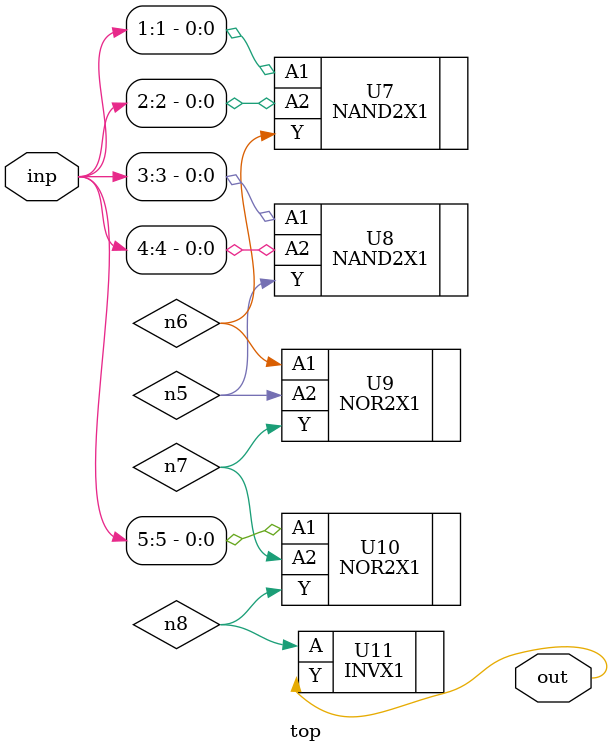
<source format=sv>


module top ( inp, out );
  input [5:0] inp;
  output out;
  wire   n5, n6, n7, n8;

  NAND2X1 U7 ( .A1(inp[1]), .A2(inp[2]), .Y(n6) );
  NAND2X1 U8 ( .A1(inp[3]), .A2(inp[4]), .Y(n5) );
  NOR2X1 U9 ( .A1(n6), .A2(n5), .Y(n7) );
  NOR2X1 U10 ( .A1(inp[5]), .A2(n7), .Y(n8) );
  INVX1 U11 ( .A(n8), .Y(out) );
endmodule


</source>
